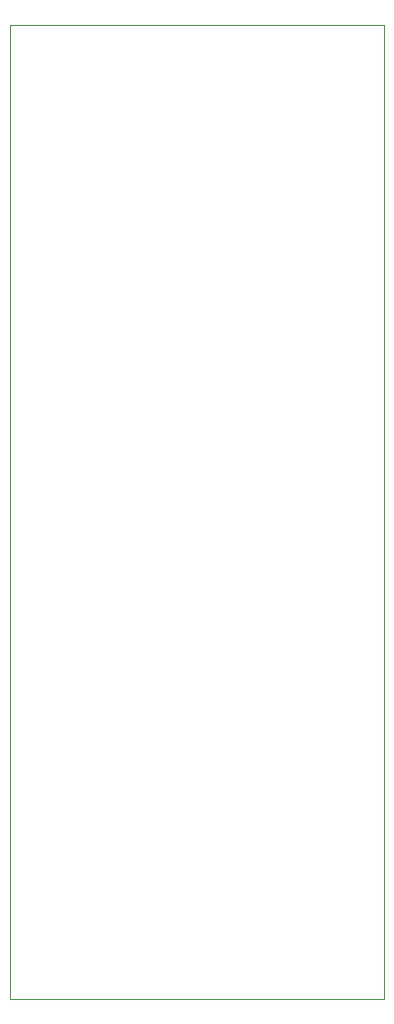
<source format=gm1>
G04 #@! TF.GenerationSoftware,KiCad,Pcbnew,7.0.8*
G04 #@! TF.CreationDate,2023-11-27T14:39:53-06:00*
G04 #@! TF.ProjectId,Flight_Board,466c6967-6874-45f4-926f-6172642e6b69,rev?*
G04 #@! TF.SameCoordinates,Original*
G04 #@! TF.FileFunction,Profile,NP*
%FSLAX46Y46*%
G04 Gerber Fmt 4.6, Leading zero omitted, Abs format (unit mm)*
G04 Created by KiCad (PCBNEW 7.0.8) date 2023-11-27 14:39:53*
%MOMM*%
%LPD*%
G01*
G04 APERTURE LIST*
G04 #@! TA.AperFunction,Profile*
%ADD10C,0.100000*%
G04 #@! TD*
G04 APERTURE END LIST*
D10*
X136525000Y-63500000D02*
X168275000Y-63500000D01*
X168275000Y-146050000D01*
X136525000Y-146050000D01*
X136525000Y-63500000D01*
M02*

</source>
